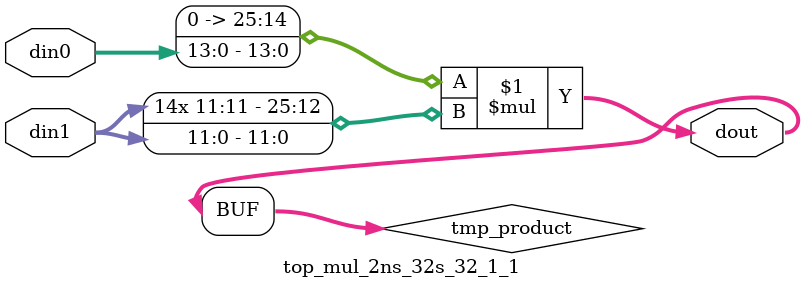
<source format=v>

`timescale 1 ns / 1 ps

  module top_mul_2ns_32s_32_1_1(din0, din1, dout);
parameter ID = 1;
parameter NUM_STAGE = 0;
parameter din0_WIDTH = 14;
parameter din1_WIDTH = 12;
parameter dout_WIDTH = 26;

input [din0_WIDTH - 1 : 0] din0; 
input [din1_WIDTH - 1 : 0] din1; 
output [dout_WIDTH - 1 : 0] dout;

wire signed [dout_WIDTH - 1 : 0] tmp_product;











assign tmp_product = $signed({1'b0, din0}) * $signed(din1);










assign dout = tmp_product;







endmodule

</source>
